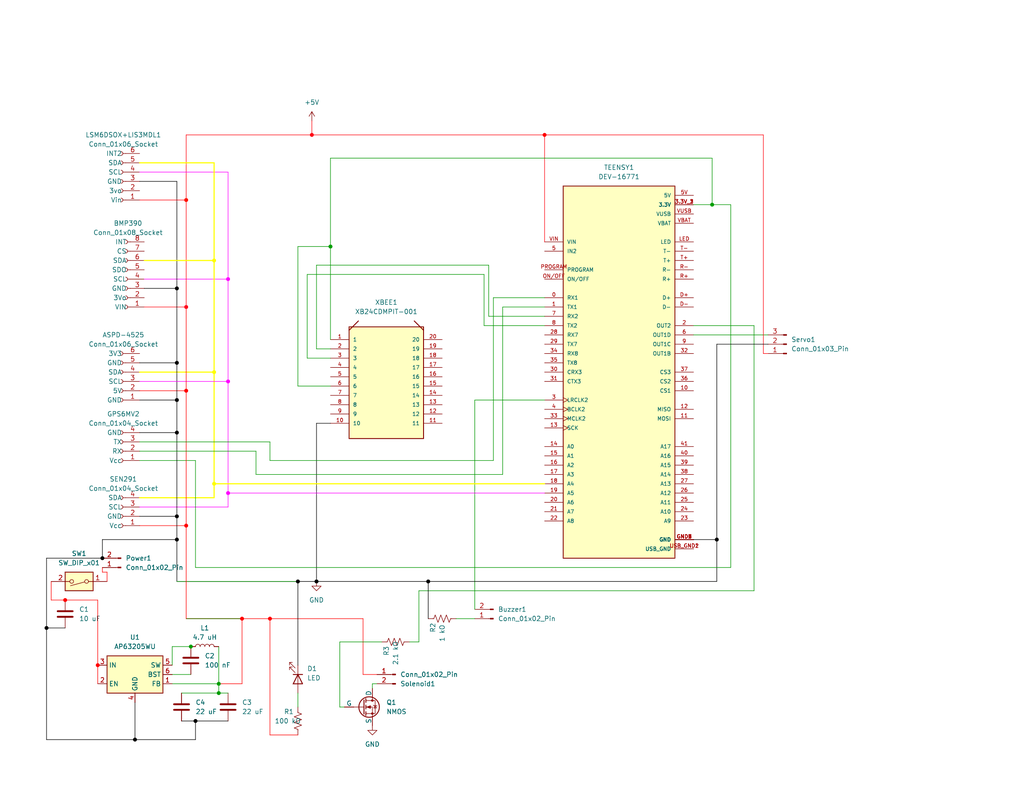
<source format=kicad_sch>
(kicad_sch (version 20230121) (generator eeschema)
  (paper "USLetter")
  (lib_symbols
    (symbol "Conn_01x04_Socket_1" (pin_names (offset 1.016))
      (property "Reference" "SEN0291" (at -0.635 -10.16 0))
      (property "Value" "Conn_01x04_Socket" (at -0.635 -7.62 0))
      (symbol "Conn_01x04_Socket_1_1_1"
        (arc (start 0 -4.572) (mid -0.5058 -5.08) (end 0 -5.588) (stroke (width 0.1524)))
        (arc (start 0 -2.032) (mid -0.5058 -2.54) (end 0 -3.048) (stroke (width 0.1524)))
        (polyline (pts (xy -1.27 -5.08) (xy -0.508 -5.08)) (stroke (width 0.1524)))
        (polyline (pts (xy -1.27 -2.54) (xy -0.508 -2.54)) (stroke (width 0.1524)))
        (polyline (pts (xy -1.27 0) (xy -0.508 0)) (stroke (width 0.1524)))
        (polyline (pts (xy -1.27 2.54) (xy -0.508 2.54)) (stroke (width 0.1524)))
        (arc (start 0 0.508) (mid -0.5058 0) (end 0 -0.508) (stroke (width 0.1524)))
        (arc (start 0 3.048) (mid -0.5058 2.54) (end 0 2.032) (stroke (width 0.1524)))
        (pin passive line (at -5.08 2.54 0) (length 3.81) (name "Vcc") (number "1"))
        (pin passive line (at -5.08 0 0) (length 3.81) (name "GND") (number "2"))
        (pin passive line (at -5.08 -2.54 0) (length 3.81) (name "SCL") (number "3"))
        (pin passive line (at -5.08 -5.08 0) (length 3.81) (name "SDA") (number "4"))
      )
    )
    (symbol "Conn_01x06_Socket_1" (pin_names (offset 1.016))
      (property "Reference" "LSM6DSOX+LIS3MDL" (at -0.635 -12.7 0))
      (property "Value" "Conn_01x06_Socket" (at -0.635 -10.16 0))
      (symbol "Conn_01x06_Socket_1_1_1"
        (arc (start 0 -7.112) (mid -0.5058 -7.62) (end 0 -8.128) (stroke (width 0.1524)))
        (arc (start 0 -4.572) (mid -0.5058 -5.08) (end 0 -5.588) (stroke (width 0.1524)))
        (arc (start 0 -2.032) (mid -0.5058 -2.54) (end 0 -3.048) (stroke (width 0.1524)))
        (polyline (pts (xy -1.27 -7.62) (xy -0.508 -7.62)) (stroke (width 0.1524)))
        (polyline (pts (xy -1.27 -5.08) (xy -0.508 -5.08)) (stroke (width 0.1524)))
        (polyline (pts (xy -1.27 -2.54) (xy -0.508 -2.54)) (stroke (width 0.1524)))
        (polyline (pts (xy -1.27 0) (xy -0.508 0)) (stroke (width 0.1524)))
        (polyline (pts (xy -1.27 2.54) (xy -0.508 2.54)) (stroke (width 0.1524)))
        (polyline (pts (xy -1.27 5.08) (xy -0.508 5.08)) (stroke (width 0.1524)))
        (arc (start 0 0.508) (mid -0.5058 0) (end 0 -0.508) (stroke (width 0.1524)))
        (arc (start 0 3.048) (mid -0.5058 2.54) (end 0 2.032) (stroke (width 0.1524)))
        (arc (start 0 5.588) (mid -0.5058 5.08) (end 0 4.572) (stroke (width 0.1524)))
        (pin passive line (at -5.08 5.08 0) (length 3.81) (name "Vin") (number "1"))
        (pin passive line (at -5.08 2.54 0) (length 3.81) (name "3vo") (number "2"))
        (pin passive line (at -5.08 0 0) (length 3.81) (name "GND") (number "3"))
        (pin passive line (at -5.08 -2.54 0) (length 3.81) (name "SCL") (number "4"))
        (pin passive line (at -5.08 -5.08 0) (length 3.81) (name "SDA") (number "5"))
        (pin passive line (at -5.08 -7.62 0) (length 3.81) (name "INT2") (number "6"))
      )
    )
    (symbol "Connector:Conn_01x02_Pin" (pin_names (offset 1.016) hide)
      (property "Reference" "J" (at 0 2.54 0))
      (property "Value" "Conn_01x02_Pin" (at 0 -5.08 0))
      (symbol "Conn_01x02_Pin_1_1"
        (polyline (pts (xy 1.27 -2.54) (xy 0.8636 -2.54)) (stroke (width 0.1524)))
        (polyline (pts (xy 1.27 0) (xy 0.8636 0)) (stroke (width 0.1524)))
        (rectangle (start 0.8636 -2.413) (end 0 -2.667) (stroke (width 0.1524)) (fill (type outline)))
        (rectangle (start 0.8636 0.127) (end 0 -0.127) (stroke (width 0.1524)) (fill (type outline)))
        (pin passive line (at 5.08 0 180) (length 3.81) (name "Pin_1") (number "1"))
        (pin passive line (at 5.08 -2.54 180) (length 3.81) (name "Pin_2") (number "2"))
      )
    )
    (symbol "Connector:Conn_01x03_Pin" (pin_names (offset 1.016) hide)
      (property "Reference" "J" (at 0 5.08 0))
      (property "Value" "Conn_01x03_Pin" (at 0 -5.08 0))
      (symbol "Conn_01x03_Pin_1_1"
        (polyline (pts (xy 1.27 -2.54) (xy 0.8636 -2.54)) (stroke (width 0.1524)))
        (polyline (pts (xy 1.27 0) (xy 0.8636 0)) (stroke (width 0.1524)))
        (polyline (pts (xy 1.27 2.54) (xy 0.8636 2.54)) (stroke (width 0.1524)))
        (rectangle (start 0.8636 -2.413) (end 0 -2.667) (stroke (width 0.1524)) (fill (type outline)))
        (rectangle (start 0.8636 0.127) (end 0 -0.127) (stroke (width 0.1524)) (fill (type outline)))
        (rectangle (start 0.8636 2.667) (end 0 2.413) (stroke (width 0.1524)) (fill (type outline)))
        (pin passive line (at 5.08 2.54 180) (length 3.81) (name "Pin_1") (number "1"))
        (pin passive line (at 5.08 0 180) (length 3.81) (name "Pin_2") (number "2"))
        (pin passive line (at 5.08 -2.54 180) (length 3.81) (name "Pin_3") (number "3"))
      )
    )
    (symbol "Connector:Conn_01x04_Socket" (pin_names (offset 1.016))
      (property "Reference" "GPS6MV2" (at -0.635 -10.16 0))
      (property "Value" "Conn_01x04_Socket" (at -0.635 -7.62 0))
      (symbol "Conn_01x04_Socket_1_1"
        (arc (start 0 -4.572) (mid -0.5058 -5.08) (end 0 -5.588) (stroke (width 0.1524)))
        (arc (start 0 -2.032) (mid -0.5058 -2.54) (end 0 -3.048) (stroke (width 0.1524)))
        (polyline (pts (xy -1.27 -5.08) (xy -0.508 -5.08)) (stroke (width 0.1524)))
        (polyline (pts (xy -1.27 -2.54) (xy -0.508 -2.54)) (stroke (width 0.1524)))
        (polyline (pts (xy -1.27 0) (xy -0.508 0)) (stroke (width 0.1524)))
        (polyline (pts (xy -1.27 2.54) (xy -0.508 2.54)) (stroke (width 0.1524)))
        (arc (start 0 0.508) (mid -0.5058 0) (end 0 -0.508) (stroke (width 0.1524)))
        (arc (start 0 3.048) (mid -0.5058 2.54) (end 0 2.032) (stroke (width 0.1524)))
        (pin passive line (at -5.08 2.54 0) (length 3.81) (name "Vcc") (number "1"))
        (pin passive line (at -5.08 0 0) (length 3.81) (name "RX") (number "2"))
        (pin passive line (at -5.08 -2.54 0) (length 3.81) (name "TX") (number "3"))
        (pin passive line (at -5.08 -5.08 0) (length 3.81) (name "GND") (number "4"))
      )
    )
    (symbol "Connector:Conn_01x06_Socket" (pin_names (offset 1.016))
      (property "Reference" "ASPD-4525" (at -0.635 -12.7 0))
      (property "Value" "Conn_01x06_Socket" (at -0.635 -10.16 0))
      (symbol "Conn_01x06_Socket_1_1"
        (arc (start 0 -7.112) (mid -0.5058 -7.62) (end 0 -8.128) (stroke (width 0.1524)))
        (arc (start 0 -4.572) (mid -0.5058 -5.08) (end 0 -5.588) (stroke (width 0.1524)))
        (arc (start 0 -2.032) (mid -0.5058 -2.54) (end 0 -3.048) (stroke (width 0.1524)))
        (polyline (pts (xy -1.27 -7.62) (xy -0.508 -7.62)) (stroke (width 0.1524)))
        (polyline (pts (xy -1.27 -5.08) (xy -0.508 -5.08)) (stroke (width 0.1524)))
        (polyline (pts (xy -1.27 -2.54) (xy -0.508 -2.54)) (stroke (width 0.1524)))
        (polyline (pts (xy -1.27 0) (xy -0.508 0)) (stroke (width 0.1524)))
        (polyline (pts (xy -1.27 2.54) (xy -0.508 2.54)) (stroke (width 0.1524)))
        (polyline (pts (xy -1.27 5.08) (xy -0.508 5.08)) (stroke (width 0.1524)))
        (arc (start 0 0.508) (mid -0.5058 0) (end 0 -0.508) (stroke (width 0.1524)))
        (arc (start 0 3.048) (mid -0.5058 2.54) (end 0 2.032) (stroke (width 0.1524)))
        (arc (start 0 5.588) (mid -0.5058 5.08) (end 0 4.572) (stroke (width 0.1524)))
        (pin passive line (at -5.08 5.08 0) (length 3.81) (name "GND") (number "1"))
        (pin passive line (at -5.08 2.54 0) (length 3.81) (name "5V") (number "2"))
        (pin passive line (at -5.08 0 0) (length 3.81) (name "SCL") (number "3"))
        (pin passive line (at -5.08 -2.54 0) (length 3.81) (name "SDA") (number "4"))
        (pin passive line (at -5.08 -5.08 0) (length 3.81) (name "GND") (number "5"))
        (pin passive line (at -5.08 -7.62 0) (length 3.81) (name "3V3") (number "6"))
      )
    )
    (symbol "Connector:Conn_01x08_Socket" (pin_names (offset 1.016))
      (property "Reference" "BMP390" (at -0.635 -15.24 0))
      (property "Value" "Conn_01x08_Socket" (at -0.635 -12.7 0))
      (symbol "Conn_01x08_Socket_1_1"
        (arc (start 0 -9.652) (mid -0.5058 -10.16) (end 0 -10.668) (stroke (width 0.1524)))
        (arc (start 0 -7.112) (mid -0.5058 -7.62) (end 0 -8.128) (stroke (width 0.1524)))
        (arc (start 0 -4.572) (mid -0.5058 -5.08) (end 0 -5.588) (stroke (width 0.1524)))
        (arc (start 0 -2.032) (mid -0.5058 -2.54) (end 0 -3.048) (stroke (width 0.1524)))
        (polyline (pts (xy -1.27 -10.16) (xy -0.508 -10.16)) (stroke (width 0.1524)))
        (polyline (pts (xy -1.27 -7.62) (xy -0.508 -7.62)) (stroke (width 0.1524)))
        (polyline (pts (xy -1.27 -5.08) (xy -0.508 -5.08)) (stroke (width 0.1524)))
        (polyline (pts (xy -1.27 -2.54) (xy -0.508 -2.54)) (stroke (width 0.1524)))
        (polyline (pts (xy -1.27 0) (xy -0.508 0)) (stroke (width 0.1524)))
        (polyline (pts (xy -1.27 2.54) (xy -0.508 2.54)) (stroke (width 0.1524)))
        (polyline (pts (xy -1.27 5.08) (xy -0.508 5.08)) (stroke (width 0.1524)))
        (polyline (pts (xy -1.27 7.62) (xy -0.508 7.62)) (stroke (width 0.1524)))
        (arc (start 0 0.508) (mid -0.5058 0) (end 0 -0.508) (stroke (width 0.1524)))
        (arc (start 0 3.048) (mid -0.5058 2.54) (end 0 2.032) (stroke (width 0.1524)))
        (arc (start 0 5.588) (mid -0.5058 5.08) (end 0 4.572) (stroke (width 0.1524)))
        (arc (start 0 8.128) (mid -0.5058 7.62) (end 0 7.112) (stroke (width 0.1524)))
        (pin passive line (at -5.08 7.62 0) (length 3.81) (name "VIN") (number "1"))
        (pin passive line (at -5.08 5.08 0) (length 3.81) (name "3Vo") (number "2"))
        (pin passive line (at -5.08 2.54 0) (length 3.81) (name "GND") (number "3"))
        (pin passive line (at -5.08 0 0) (length 3.81) (name "SCL") (number "4"))
        (pin passive line (at -5.08 -2.54 0) (length 3.81) (name "SDO") (number "5"))
        (pin passive line (at -5.08 -5.08 0) (length 3.81) (name "SDA") (number "6"))
        (pin passive line (at -5.08 -7.62 0) (length 3.81) (name "CS") (number "7"))
        (pin passive line (at -5.08 -10.16 0) (length 3.81) (name "INT") (number "8"))
      )
    )
    (symbol "DEV-16771:DEV-16771" (pin_names (offset 1.016))
      (property "Reference" "U" (at -15.24 52.07 0))
      (property "Value" "DEV-16771" (at -15.24 -53.34 0))
      (symbol "DEV-16771_0_0"
        (rectangle (start -15.24 -50.8) (end 15.24 50.8) (stroke (width 0.254)) (fill (type background)))
        (pin bidirectional line (at -20.32 20.32 0) (length 5.08) (name "RX1") (number "0"))
        (pin bidirectional line (at -20.32 17.78 0) (length 5.08) (name "TX1") (number "1"))
        (pin bidirectional line (at 20.32 -5.08 180) (length 5.08) (name "CS1") (number "10"))
        (pin bidirectional line (at 20.32 -12.7 180) (length 5.08) (name "MOSI") (number "11"))
        (pin bidirectional line (at 20.32 -10.16 180) (length 5.08) (name "MISO") (number "12"))
        (pin bidirectional clock (at -20.32 -15.24 0) (length 5.08) (name "SCK") (number "13"))
        (pin bidirectional line (at -20.32 -20.32 0) (length 5.08) (name "A0") (number "14"))
        (pin bidirectional line (at -20.32 -22.86 0) (length 5.08) (name "A1") (number "15"))
        (pin bidirectional line (at -20.32 -25.4 0) (length 5.08) (name "A2") (number "16"))
        (pin bidirectional line (at -20.32 -27.94 0) (length 5.08) (name "A3") (number "17"))
        (pin bidirectional line (at -20.32 -30.48 0) (length 5.08) (name "A4") (number "18"))
        (pin bidirectional line (at -20.32 -33.02 0) (length 5.08) (name "A5") (number "19"))
        (pin output line (at 20.32 12.7 180) (length 5.08) (name "OUT2") (number "2"))
        (pin bidirectional line (at -20.32 -35.56 0) (length 5.08) (name "A6") (number "20"))
        (pin bidirectional line (at -20.32 -38.1 0) (length 5.08) (name "A7") (number "21"))
        (pin bidirectional line (at -20.32 -40.64 0) (length 5.08) (name "A8") (number "22"))
        (pin bidirectional line (at 20.32 -40.64 180) (length 5.08) (name "A9") (number "23"))
        (pin bidirectional line (at 20.32 -38.1 180) (length 5.08) (name "A10") (number "24"))
        (pin bidirectional line (at 20.32 -35.56 180) (length 5.08) (name "A11") (number "25"))
        (pin bidirectional line (at 20.32 -33.02 180) (length 5.08) (name "A12") (number "26"))
        (pin bidirectional line (at 20.32 -30.48 180) (length 5.08) (name "A13") (number "27"))
        (pin bidirectional line (at -20.32 10.16 0) (length 5.08) (name "RX7") (number "28"))
        (pin bidirectional line (at -20.32 7.62 0) (length 5.08) (name "TX7") (number "29"))
        (pin bidirectional clock (at -20.32 -7.62 0) (length 5.08) (name "LRCLK2") (number "3"))
        (pin power_in line (at 20.32 45.72 180) (length 5.08) (name "3.3V") (number "3.3V_1"))
        (pin power_in line (at 20.32 45.72 180) (length 5.08) (name "3.3V") (number "3.3V_2"))
        (pin power_in line (at 20.32 45.72 180) (length 5.08) (name "3.3V") (number "3.3V_3"))
        (pin bidirectional line (at -20.32 0 0) (length 5.08) (name "CRX3") (number "30"))
        (pin bidirectional line (at -20.32 -2.54 0) (length 5.08) (name "CTX3") (number "31"))
        (pin output line (at 20.32 5.08 180) (length 5.08) (name "OUT1B") (number "32"))
        (pin bidirectional clock (at -20.32 -12.7 0) (length 5.08) (name "MCLK2") (number "33"))
        (pin bidirectional line (at -20.32 5.08 0) (length 5.08) (name "RX8") (number "34"))
        (pin bidirectional line (at -20.32 2.54 0) (length 5.08) (name "TX8") (number "35"))
        (pin bidirectional line (at 20.32 -2.54 180) (length 5.08) (name "CS2") (number "36"))
        (pin bidirectional line (at 20.32 0 180) (length 5.08) (name "CS3") (number "37"))
        (pin bidirectional line (at 20.32 -27.94 180) (length 5.08) (name "A14") (number "38"))
        (pin bidirectional line (at 20.32 -25.4 180) (length 5.08) (name "A15") (number "39"))
        (pin bidirectional clock (at -20.32 -10.16 0) (length 5.08) (name "BCLK2") (number "4"))
        (pin bidirectional line (at 20.32 -22.86 180) (length 5.08) (name "A16") (number "40"))
        (pin bidirectional line (at 20.32 -20.32 180) (length 5.08) (name "A17") (number "41"))
        (pin bidirectional line (at -20.32 33.02 0) (length 5.08) (name "IN2") (number "5"))
        (pin power_in line (at 20.32 48.26 180) (length 5.08) (name "5V") (number "5V"))
        (pin output line (at 20.32 10.16 180) (length 5.08) (name "OUT1D") (number "6"))
        (pin bidirectional line (at -20.32 15.24 0) (length 5.08) (name "RX2") (number "7"))
        (pin bidirectional line (at -20.32 12.7 0) (length 5.08) (name "TX2") (number "8"))
        (pin output line (at 20.32 7.62 180) (length 5.08) (name "OUT1C") (number "9"))
        (pin bidirectional line (at 20.32 20.32 180) (length 5.08) (name "D+") (number "D+"))
        (pin bidirectional line (at 20.32 17.78 180) (length 5.08) (name "D-") (number "D-"))
        (pin power_in line (at 20.32 -45.72 180) (length 5.08) (name "GND") (number "GND1"))
        (pin power_in line (at 20.32 -45.72 180) (length 5.08) (name "GND") (number "GND2"))
        (pin power_in line (at 20.32 -45.72 180) (length 5.08) (name "GND") (number "GND3"))
        (pin power_in line (at 20.32 -45.72 180) (length 5.08) (name "GND") (number "GND4"))
        (pin power_in line (at 20.32 -45.72 180) (length 5.08) (name "GND") (number "GND5"))
        (pin bidirectional line (at 20.32 35.56 180) (length 5.08) (name "LED") (number "LED"))
        (pin bidirectional line (at -20.32 25.4 0) (length 5.08) (name "ON/OFF") (number "ON/OFF"))
        (pin bidirectional line (at -20.32 27.94 0) (length 5.08) (name "PROGRAM") (number "PROGRAM"))
        (pin bidirectional line (at 20.32 25.4 180) (length 5.08) (name "R+") (number "R+"))
        (pin bidirectional line (at 20.32 27.94 180) (length 5.08) (name "R-") (number "R-"))
        (pin bidirectional line (at 20.32 30.48 180) (length 5.08) (name "T+") (number "T+"))
        (pin bidirectional line (at 20.32 33.02 180) (length 5.08) (name "T-") (number "T-"))
        (pin power_in line (at 20.32 -48.26 180) (length 5.08) (name "USB_GND") (number "USB_GND1"))
        (pin power_in line (at 20.32 -48.26 180) (length 5.08) (name "USB_GND") (number "USB_GND2"))
        (pin passive line (at 20.32 40.64 180) (length 5.08) (name "VBAT") (number "VBAT"))
        (pin input line (at -20.32 35.56 0) (length 5.08) (name "VIN") (number "VIN"))
        (pin passive line (at 20.32 43.18 180) (length 5.08) (name "VUSB") (number "VUSB"))
      )
    )
    (symbol "Device:C" (pin_numbers hide) (pin_names (offset 0.254))
      (property "Reference" "C" (at 0.635 2.54 0))
      (property "Value" "C" (at 0.635 -2.54 0))
      (symbol "C_0_1"
        (polyline (pts (xy -2.032 -0.762) (xy 2.032 -0.762)) (stroke (width 0.508)))
        (polyline (pts (xy -2.032 0.762) (xy 2.032 0.762)) (stroke (width 0.508)))
      )
      (symbol "C_1_1"
        (pin passive line (at 0 3.81 270) (length 2.794) (name "~") (number "1"))
        (pin passive line (at 0 -3.81 90) (length 2.794) (name "~") (number "2"))
      )
    )
    (symbol "Device:L" (pin_numbers hide) (pin_names (offset 1.016) hide)
      (property "Reference" "L" (at -1.27 0 90))
      (property "Value" "L" (at 1.905 0 90))
      (symbol "L_0_1"
        (arc (start 0 -2.54) (mid 0.6323 -1.905) (end 0 -1.27))
        (arc (start 0 -1.27) (mid 0.6323 -0.635) (end 0 0))
        (arc (start 0 0) (mid 0.6323 0.635) (end 0 1.27))
        (arc (start 0 1.27) (mid 0.6323 1.905) (end 0 2.54))
      )
      (symbol "L_1_1"
        (pin passive line (at 0 3.81 270) (length 1.27) (name "1") (number "1"))
        (pin passive line (at 0 -3.81 90) (length 1.27) (name "2") (number "2"))
      )
    )
    (symbol "Device:LED" (pin_numbers hide) (pin_names (offset 1.016) hide)
      (property "Reference" "D" (at 0 2.54 0))
      (property "Value" "LED" (at 0 -2.54 0))
      (symbol "LED_0_1"
        (polyline (pts (xy -1.27 -1.27) (xy -1.27 1.27)) (stroke (width 0.254)))
        (polyline (pts (xy -1.27 0) (xy 1.27 0)))
        (polyline (pts (xy 1.27 -1.27) (xy 1.27 1.27) (xy -1.27 0) (xy 1.27 -1.27)) (stroke (width 0.254)))
        (polyline (pts (xy -3.048 -0.762) (xy -4.572 -2.286) (xy -3.81 -2.286) (xy -4.572 -2.286) (xy -4.572 -1.524)))
        (polyline (pts (xy -1.778 -0.762) (xy -3.302 -2.286) (xy -2.54 -2.286) (xy -3.302 -2.286) (xy -3.302 -1.524)))
      )
      (symbol "LED_1_1"
        (pin passive line (at -3.81 0 0) (length 2.54) (name "K") (number "1"))
        (pin passive line (at 3.81 0 180) (length 2.54) (name "A") (number "2"))
      )
    )
    (symbol "Device:R_US" (pin_numbers hide) (pin_names (offset 0))
      (property "Reference" "R" (at 2.54 0 90))
      (property "Value" "R_US" (at -2.54 0 90))
      (symbol "R_US_0_1"
        (polyline (pts (xy 0 -2.286) (xy 0 -2.54)))
        (polyline (pts (xy 0 2.286) (xy 0 2.54)))
        (polyline (pts (xy 0 -0.762) (xy 1.016 -1.143) (xy 0 -1.524) (xy -1.016 -1.905) (xy 0 -2.286)))
        (polyline (pts (xy 0 0.762) (xy 1.016 0.381) (xy 0 0) (xy -1.016 -0.381) (xy 0 -0.762)))
        (polyline (pts (xy 0 2.286) (xy 1.016 1.905) (xy 0 1.524) (xy -1.016 1.143) (xy 0 0.762)))
      )
      (symbol "R_US_1_1"
        (pin passive line (at 0 3.81 270) (length 1.27) (name "~") (number "1"))
        (pin passive line (at 0 -3.81 90) (length 1.27) (name "~") (number "2"))
      )
    )
    (symbol "Regulator_Switching:AP63205WU"
      (property "Reference" "U" (at -7.62 6.35 0))
      (property "Value" "AP63205WU" (at 2.54 6.35 0))
      (symbol "AP63205WU_0_1"
        (rectangle (start -7.62 5.08) (end 7.62 -5.08) (stroke (width 0.254)) (fill (type background)))
      )
      (symbol "AP63205WU_1_1"
        (pin input line (at 10.16 -2.54 180) (length 2.54) (name "FB") (number "1"))
        (pin input line (at -10.16 -2.54 0) (length 2.54) (name "EN") (number "2"))
        (pin power_in line (at -10.16 2.54 0) (length 2.54) (name "IN") (number "3"))
        (pin power_in line (at 0 -7.62 90) (length 2.54) (name "GND") (number "4"))
        (pin output line (at 10.16 2.54 180) (length 2.54) (name "SW") (number "5"))
        (pin passive line (at 10.16 0 180) (length 2.54) (name "BST") (number "6"))
      )
    )
    (symbol "Simulation_SPICE:NMOS" (pin_numbers hide) (pin_names (offset 0))
      (property "Reference" "Q" (at 5.08 1.27 0))
      (property "Value" "NMOS" (at 5.08 -1.27 0))
      (symbol "NMOS_0_1"
        (polyline (pts (xy 0.254 0) (xy -2.54 0)))
        (polyline (pts (xy 0.254 1.905) (xy 0.254 -1.905)) (stroke (width 0.254)))
        (polyline (pts (xy 0.762 -1.27) (xy 0.762 -2.286)) (stroke (width 0.254)))
        (polyline (pts (xy 0.762 0.508) (xy 0.762 -0.508)) (stroke (width 0.254)))
        (polyline (pts (xy 0.762 2.286) (xy 0.762 1.27)) (stroke (width 0.254)))
        (polyline (pts (xy 2.54 2.54) (xy 2.54 1.778)))
        (polyline (pts (xy 2.54 -2.54) (xy 2.54 0) (xy 0.762 0)))
        (polyline (pts (xy 0.762 -1.778) (xy 3.302 -1.778) (xy 3.302 1.778) (xy 0.762 1.778)))
        (polyline (pts (xy 1.016 0) (xy 2.032 0.381) (xy 2.032 -0.381) (xy 1.016 0)) (fill (type outline)))
        (polyline (pts (xy 2.794 0.508) (xy 2.921 0.381) (xy 3.683 0.381) (xy 3.81 0.254)))
        (polyline (pts (xy 3.302 0.381) (xy 2.921 -0.254) (xy 3.683 -0.254) (xy 3.302 0.381)))
        (circle (center 1.651 0) (radius 2.794) (stroke (width 0.254)))
        (circle (center 2.54 -1.778) (radius 0.254) (fill (type outline)))
        (circle (center 2.54 1.778) (radius 0.254) (fill (type outline)))
      )
      (symbol "NMOS_1_1"
        (pin passive line (at 2.54 5.08 270) (length 2.54) (name "D") (number "1"))
        (pin input line (at -5.08 0 0) (length 2.54) (name "G") (number "2"))
        (pin passive line (at 2.54 -5.08 90) (length 2.54) (name "S") (number "3"))
      )
    )
    (symbol "Switch:SW_DIP_x01" (pin_names (offset 0) hide)
      (property "Reference" "SW" (at 0 3.81 0))
      (property "Value" "SW_DIP_x01" (at 0 -3.81 0))
      (symbol "SW_DIP_x01_0_0"
        (circle (center -2.032 0) (radius 0.508))
        (polyline (pts (xy -1.524 0.127) (xy 2.3622 1.1684)))
        (circle (center 2.032 0) (radius 0.508))
      )
      (symbol "SW_DIP_x01_0_1"
        (rectangle (start -3.81 2.54) (end 3.81 -2.54) (stroke (width 0.254)) (fill (type background)))
      )
      (symbol "SW_DIP_x01_1_1"
        (pin passive line (at -7.62 0 0) (length 5.08) (name "~") (number "1"))
        (pin passive line (at 7.62 0 180) (length 5.08) (name "~") (number "2"))
      )
    )
    (symbol "XBEE:XB24CDMPIT-001" (pin_names (offset 1.016))
      (property "Reference" "U" (at 0 0 0))
      (property "Value" "XB24CDMPIT-001" (at 0 0 0))
      (symbol "XB24CDMPIT-001_0_0"
        (rectangle (start -10.16 -16.8628) (end 10.16 13.6172) (stroke (width 0.254)) (fill (type background)))
        (polyline (pts (xy -10.16 12.7) (xy -7.62 15.24)) (stroke (width 0.254)))
        (polyline (pts (xy 7.62 15.24) (xy 10.16 12.7)) (stroke (width 0.254)))
        (pin bidirectional line (at -15.24 10.16 0) (length 5.08) (name "1") (number "1"))
        (pin bidirectional line (at -15.24 -12.7 0) (length 5.08) (name "10") (number "10"))
        (pin bidirectional line (at 15.24 -12.7 180) (length 5.08) (name "11") (number "11"))
        (pin bidirectional line (at 15.24 -10.16 180) (length 5.08) (name "12") (number "12"))
        (pin bidirectional line (at 15.24 -7.62 180) (length 5.08) (name "13") (number "13"))
        (pin bidirectional line (at 15.24 -5.08 180) (length 5.08) (name "14") (number "14"))
        (pin bidirectional line (at 15.24 -2.54 180) (length 5.08) (name "15") (number "15"))
        (pin bidirectional line (at 15.24 0 180) (length 5.08) (name "16") (number "16"))
        (pin bidirectional line (at 15.24 2.54 180) (length 5.08) (name "17") (number "17"))
        (pin bidirectional line (at 15.24 5.08 180) (length 5.08) (name "18") (number "18"))
        (pin bidirectional line (at 15.24 7.62 180) (length 5.08) (name "19") (number "19"))
        (pin bidirectional line (at -15.24 7.62 0) (length 5.08) (name "2") (number "2"))
        (pin bidirectional line (at 15.24 10.16 180) (length 5.08) (name "20") (number "20"))
        (pin bidirectional line (at -15.24 5.08 0) (length 5.08) (name "3") (number "3"))
        (pin bidirectional line (at -15.24 2.54 0) (length 5.08) (name "4") (number "4"))
        (pin bidirectional line (at -15.24 0 0) (length 5.08) (name "5") (number "5"))
        (pin bidirectional line (at -15.24 -2.54 0) (length 5.08) (name "6") (number "6"))
        (pin bidirectional line (at -15.24 -5.08 0) (length 5.08) (name "7") (number "7"))
        (pin bidirectional line (at -15.24 -7.62 0) (length 5.08) (name "8") (number "8"))
        (pin bidirectional line (at -15.24 -10.16 0) (length 5.08) (name "9") (number "9"))
      )
    )
    (symbol "power:+5V" (power) (pin_names (offset 0))
      (property "Value" "+5V" (at 0 3.556 0))
      (symbol "+5V_0_1"
        (polyline (pts (xy -0.762 1.27) (xy 0 2.54)))
        (polyline (pts (xy 0 0) (xy 0 2.54)))
        (polyline (pts (xy 0 2.54) (xy 0.762 1.27)))
      )
      (symbol "+5V_1_1"
        (pin power_in line (at 0 0 90) (length 0) hide (name "+5V") (number "1"))
      )
    )
    (symbol "power:GND" (power) (pin_names (offset 0))
      (property "Value" "GND" (at 0 -3.81 0))
      (symbol "GND_0_1"
        (polyline (pts (xy 0 0) (xy 0 -1.27) (xy 1.27 -1.27) (xy 0 -2.54) (xy -1.27 -1.27) (xy 0 -1.27)))
      )
      (symbol "GND_1_1"
        (pin power_in line (at 0 0 270) (length 0) hide (name "GND") (number "1"))
      )
    )
  )
  (junction (at 17.78 163.83) (color 255 0 0 1))
  (junction (at 81.28 158.75) (color 0 0 0 1))
  (junction (at 48.26 109.22) (color 0 0 0 1))
  (junction (at 53.34 196.85) (color 0 0 0 1))
  (junction (at 48.26 140.97) (color 0 0 0 1))
  (junction (at 48.26 147.32) (color 0 0 0 1))
  (junction (at 50.8 83.82) (color 255 5 21 1))
  (junction (at 52.07 176.53))
  (junction (at 195.58 147.32) (color 0 0 0 1))
  (junction (at 58.42 101.6) (color 255 255 0 1))
  (junction (at 66.04 168.91) (color 255 0 0 1))
  (junction (at 148.59 36.83) (color 255 0 0 1))
  (junction (at 85.09 36.83) (color 255 6 15 1))
  (junction (at 50.8 106.68) (color 255 0 0 1))
  (junction (at 27.94 152.4) (color 0 0 0 1))
  (junction (at 26.67 181.61) (color 255 0 0 1))
  (junction (at 59.69 189.23))
  (junction (at 116.84 158.75) (color 0 0 0 1))
  (junction (at 62.23 76.2) (color 255 0 255 1))
  (junction (at 58.42 132.08) (color 255 255 0 1))
  (junction (at 90.17 67.31))
  (junction (at 12.7 171.45) (color 0 0 0 1))
  (junction (at 86.36 158.75) (color 0 0 0 1))
  (junction (at 62.23 104.14) (color 255 0 255 1))
  (junction (at 59.69 186.69))
  (junction (at 48.26 78.74) (color 0 0 0 1))
  (junction (at 58.42 71.12) (color 255 255 0 1))
  (junction (at 36.83 201.93) (color 0 0 0 1))
  (junction (at 62.23 134.62) (color 255 0 255 1))
  (junction (at 50.8 143.51) (color 255 0 0 1))
  (junction (at 48.26 118.11) (color 0 0 0 1))
  (junction (at 48.26 99.06) (color 0 0 0 1))
  (junction (at 73.66 168.91) (color 255 0 0 1))
  (junction (at 50.8 54.61) (color 255 11 0 1))
  (junction (at 194.31 55.88))
  (wire (pts (xy 90.17 67.31) (xy 90.17 43.18)))
  (wire (pts (xy 38.1 143.51) (xy 50.8 143.51)) (stroke (width 0) (color 255 0 0 1)))
  (wire (pts (xy 208.28 36.83) (xy 208.28 96.52)) (stroke (width 0) (color 255 6 15 1)))
  (wire (pts (xy 148.59 86.36) (xy 133.35 86.36)))
  (wire (pts (xy 12.7 152.4) (xy 27.94 152.4)) (stroke (width 0) (color 0 0 0 1)))
  (wire (pts (xy 137.16 129.54) (xy 69.85 129.54)))
  (wire (pts (xy 86.36 158.75) (xy 116.84 158.75)) (stroke (width 0) (color 0 0 0 1)))
  (wire (pts (xy 85.09 36.83) (xy 148.59 36.83)) (stroke (width 0) (color 255 6 15 1)))
  (wire (pts (xy 50.8 36.83) (xy 85.09 36.83)) (stroke (width 0) (color 255 6 15 1)))
  (wire (pts (xy 53.34 196.85) (xy 53.34 201.93)) (stroke (width 0) (color 0 0 0 1)))
  (wire (pts (xy 38.1 109.22) (xy 48.26 109.22)) (stroke (width 0) (color 0 0 0 1)))
  (wire (pts (xy 36.83 191.77) (xy 36.83 201.93)) (stroke (width 0) (color 0 0 0 1)))
  (wire (pts (xy 195.58 147.32) (xy 195.58 93.98)) (stroke (width 0) (color 0 0 0 1)))
  (wire (pts (xy 58.42 132.08) (xy 58.42 135.89)) (stroke (width 0.3) (color 255 255 0 1)))
  (wire (pts (xy 111.76 175.26) (xy 114.3 175.26)))
  (wire (pts (xy 148.59 36.83) (xy 208.28 36.83)) (stroke (width 0) (color 255 6 15 1)))
  (wire (pts (xy 38.1 101.6) (xy 58.42 101.6)) (stroke (width 0.3) (color 255 255 0 1)))
  (wire (pts (xy 134.62 125.73) (xy 73.66 125.73)))
  (wire (pts (xy 62.23 134.62) (xy 148.59 134.62)) (stroke (width 0) (color 255 0 255 1)))
  (wire (pts (xy 116.84 158.75) (xy 195.58 158.75)) (stroke (width 0) (color 0 0 0 1)))
  (wire (pts (xy 66.04 168.91) (xy 66.04 186.69)) (stroke (width 0) (color 255 0 0 1)))
  (wire (pts (xy 58.42 101.6) (xy 58.42 132.08)) (stroke (width 0.3) (color 255 255 0 1)))
  (wire (pts (xy 13.97 158.75) (xy 13.97 163.83)) (stroke (width 0) (color 255 0 0 1)))
  (wire (pts (xy 48.26 147.32) (xy 48.26 158.75)) (stroke (width 0) (color 0 0 0 1)))
  (wire (pts (xy 73.66 120.65) (xy 38.1 120.65)))
  (wire (pts (xy 13.97 163.83) (xy 17.78 163.83)) (stroke (width 0) (color 255 0 0 1)))
  (wire (pts (xy 62.23 134.62) (xy 62.23 138.43)) (stroke (width 0) (color 255 0 255 1)))
  (wire (pts (xy 102.87 186.69) (xy 101.6 186.69)))
  (wire (pts (xy 50.8 106.68) (xy 50.8 143.51)) (stroke (width 0) (color 255 0 0 1)))
  (wire (pts (xy 66.04 168.91) (xy 50.8 168.91)) (stroke (width 0) (color 255 0 0 1)))
  (wire (pts (xy 83.82 97.79) (xy 83.82 74.93)))
  (wire (pts (xy 62.23 76.2) (xy 62.23 104.14)) (stroke (width 0) (color 255 0 255 1)))
  (wire (pts (xy 62.23 189.23) (xy 59.69 189.23)))
  (wire (pts (xy 208.28 96.52) (xy 209.55 96.52)) (stroke (width 0) (color 255 6 15 1)))
  (wire (pts (xy 66.04 168.91) (xy 50.8 168.91)))
  (wire (pts (xy 116.84 158.75) (xy 116.84 168.91)) (stroke (width 0) (color 0 0 0 1)))
  (wire (pts (xy 53.34 196.85) (xy 62.23 196.85)) (stroke (width 0) (color 0 0 0 1)))
  (wire (pts (xy 90.17 105.41) (xy 81.28 105.41)))
  (wire (pts (xy 195.58 93.98) (xy 209.55 93.98)) (stroke (width 0) (color 0 0 0 1)))
  (wire (pts (xy 92.71 175.26) (xy 92.71 193.04)))
  (wire (pts (xy 137.16 83.82) (xy 148.59 83.82)))
  (wire (pts (xy 48.26 118.11) (xy 48.26 140.97)) (stroke (width 0) (color 0 0 0 1)))
  (wire (pts (xy 101.6 186.69) (xy 101.6 187.96)))
  (wire (pts (xy 86.36 95.25) (xy 90.17 95.25)))
  (wire (pts (xy 90.17 43.18) (xy 194.31 43.18)))
  (wire (pts (xy 48.26 109.22) (xy 48.26 118.11)) (stroke (width 0) (color 0 0 0 1)))
  (wire (pts (xy 38.1 99.06) (xy 48.26 99.06)) (stroke (width 0) (color 0 0 0 1)))
  (wire (pts (xy 53.34 154.94) (xy 199.39 154.94)))
  (wire (pts (xy 38.1 140.97) (xy 48.26 140.97)) (stroke (width 0) (color 0 0 0 1)))
  (wire (pts (xy 129.54 109.22) (xy 148.59 109.22)))
  (wire (pts (xy 49.53 196.85) (xy 53.34 196.85)) (stroke (width 0) (color 0 0 0 1)))
  (wire (pts (xy 46.99 184.15) (xy 52.07 184.15)))
  (wire (pts (xy 48.26 99.06) (xy 48.26 109.22)) (stroke (width 0) (color 0 0 0 1)))
  (wire (pts (xy 194.31 43.18) (xy 194.31 55.88)))
  (wire (pts (xy 38.1 104.14) (xy 62.23 104.14)) (stroke (width 0) (color 255 0 255 1)))
  (wire (pts (xy 114.3 161.29) (xy 205.74 161.29)))
  (wire (pts (xy 124.46 168.91) (xy 129.54 168.91)))
  (wire (pts (xy 132.08 88.9) (xy 148.59 88.9)))
  (wire (pts (xy 134.62 81.28) (xy 134.62 125.73)))
  (wire (pts (xy 199.39 154.94) (xy 199.39 55.88)))
  (wire (pts (xy 81.28 189.23) (xy 81.28 193.04)))
  (wire (pts (xy 38.1 44.45) (xy 58.42 44.45)) (stroke (width 0.3) (color 255 255 0 1)))
  (wire (pts (xy 50.8 106.68) (xy 38.1 106.68)) (stroke (width 0) (color 255 0 0 1)))
  (wire (pts (xy 17.78 163.83) (xy 26.67 163.83)) (stroke (width 0) (color 255 0 0 1)))
  (wire (pts (xy 50.8 36.83) (xy 50.8 54.61)) (stroke (width 0) (color 255 6 15 1)))
  (wire (pts (xy 46.99 181.61) (xy 46.99 176.53)))
  (wire (pts (xy 26.67 181.61) (xy 26.67 186.69)) (stroke (width 0) (color 255 0 0 1)))
  (wire (pts (xy 27.94 147.32) (xy 27.94 152.4)) (stroke (width 0) (color 0 0 0 1)))
  (wire (pts (xy 73.66 168.91) (xy 73.66 200.66)) (stroke (width 0) (color 255 0 0 1)))
  (wire (pts (xy 194.31 55.88) (xy 189.23 55.88)))
  (wire (pts (xy 38.1 125.73) (xy 53.34 125.73)))
  (wire (pts (xy 46.99 176.53) (xy 52.07 176.53)))
  (wire (pts (xy 49.53 189.23) (xy 59.69 189.23)))
  (wire (pts (xy 58.42 135.89) (xy 38.1 135.89)) (stroke (width 0.3) (color 255 255 0 1)))
  (wire (pts (xy 62.23 46.99) (xy 62.23 76.2)) (stroke (width 0) (color 255 0 255 1)))
  (wire (pts (xy 48.26 49.53) (xy 48.26 78.74)) (stroke (width 0) (color 0 0 0 1)))
  (wire (pts (xy 73.66 125.73) (xy 73.66 120.65)))
  (wire (pts (xy 48.26 147.32) (xy 27.94 147.32)) (stroke (width 0) (color 0 0 0 1)))
  (wire (pts (xy 69.85 129.54) (xy 69.85 123.19)))
  (wire (pts (xy 195.58 147.32) (xy 189.23 147.32)) (stroke (width 0) (color 0 0 0 1)))
  (wire (pts (xy 58.42 132.08) (xy 148.59 132.08)) (stroke (width 0.3) (color 255 255 0 1)))
  (wire (pts (xy 50.8 54.61) (xy 50.8 83.82)) (stroke (width 0) (color 255 6 15 1)))
  (wire (pts (xy 90.17 115.57) (xy 86.36 115.57)) (stroke (width 0) (color 0 0 0 1)))
  (wire (pts (xy 48.26 140.97) (xy 48.26 147.32)) (stroke (width 0) (color 0 0 0 1)))
  (wire (pts (xy 36.83 201.93) (xy 12.7 201.93)) (stroke (width 0) (color 0 0 0 1)))
  (wire (pts (xy 38.1 46.99) (xy 62.23 46.99)) (stroke (width 0) (color 255 0 255 1)))
  (wire (pts (xy 81.28 158.75) (xy 86.36 158.75)) (stroke (width 0) (color 0 0 0 1)))
  (wire (pts (xy 27.94 156.21) (xy 29.21 156.21)) (stroke (width 0) (color 255 0 0 1)))
  (wire (pts (xy 102.87 184.15) (xy 99.06 184.15)) (stroke (width 0) (color 255 0 0 1)))
  (wire (pts (xy 99.06 184.15) (xy 99.06 168.91)) (stroke (width 0) (color 255 0 0 1)))
  (wire (pts (xy 199.39 55.88) (xy 194.31 55.88)))
  (wire (pts (xy 195.58 158.75) (xy 195.58 147.32)) (stroke (width 0) (color 0 0 0 1)))
  (wire (pts (xy 81.28 67.31) (xy 90.17 67.31)))
  (wire (pts (xy 39.37 71.12) (xy 58.42 71.12)) (stroke (width 0.3) (color 255 255 0 1)))
  (wire (pts (xy 189.23 91.44) (xy 209.55 91.44)))
  (wire (pts (xy 50.8 83.82) (xy 50.8 106.68)) (stroke (width 0) (color 255 0 0 1)))
  (wire (pts (xy 12.7 171.45) (xy 12.7 201.93)) (stroke (width 0) (color 0 0 0 1)))
  (wire (pts (xy 90.17 97.79) (xy 83.82 97.79)))
  (wire (pts (xy 53.34 201.93) (xy 36.83 201.93)) (stroke (width 0) (color 0 0 0 1)))
  (wire (pts (xy 92.71 193.04) (xy 93.98 193.04)))
  (wire (pts (xy 81.28 158.75) (xy 81.28 181.61)) (stroke (width 0) (color 0 0 0 1)))
  (wire (pts (xy 66.04 186.69) (xy 59.69 186.69)) (stroke (width 0) (color 255 0 0 1)))
  (wire (pts (xy 27.94 154.94) (xy 27.94 156.21)) (stroke (width 0) (color 255 0 0 1)))
  (wire (pts (xy 38.1 49.53) (xy 48.26 49.53)) (stroke (width 0) (color 0 0 0 1)))
  (wire (pts (xy 26.67 163.83) (xy 26.67 181.61)) (stroke (width 0) (color 255 0 0 1)))
  (wire (pts (xy 134.62 81.28) (xy 148.59 81.28)))
  (wire (pts (xy 85.09 33.02) (xy 85.09 36.83)) (stroke (width 0) (color 255 6 15 1)))
  (wire (pts (xy 81.28 105.41) (xy 81.28 67.31)))
  (wire (pts (xy 29.21 156.21) (xy 29.21 158.75)) (stroke (width 0) (color 255 0 0 1)))
  (wire (pts (xy 62.23 104.14) (xy 62.23 134.62)) (stroke (width 0) (color 255 0 255 1)))
  (wire (pts (xy 62.23 138.43) (xy 38.1 138.43)) (stroke (width 0) (color 255 0 255 1)))
  (wire (pts (xy 58.42 44.45) (xy 58.42 71.12)) (stroke (width 0.3) (color 255 255 0 1)))
  (wire (pts (xy 205.74 161.29) (xy 205.74 88.9)))
  (wire (pts (xy 133.35 86.36) (xy 133.35 72.39)))
  (wire (pts (xy 132.08 74.93) (xy 132.08 88.9)))
  (wire (pts (xy 114.3 175.26) (xy 114.3 161.29)))
  (wire (pts (xy 137.16 83.82) (xy 137.16 129.54)))
  (wire (pts (xy 148.59 36.83) (xy 148.59 66.04)) (stroke (width 0) (color 255 6 15 1)))
  (wire (pts (xy 39.37 76.2) (xy 62.23 76.2)) (stroke (width 0) (color 255 0 255 1)))
  (wire (pts (xy 99.06 168.91) (xy 73.66 168.91)) (stroke (width 0) (color 255 0 0 1)))
  (wire (pts (xy 58.42 71.12) (xy 58.42 101.6)) (stroke (width 0.3) (color 255 255 0 1)))
  (wire (pts (xy 129.54 166.37) (xy 129.54 109.22)))
  (wire (pts (xy 38.1 54.61) (xy 50.8 54.61)) (stroke (width 0) (color 255 6 15 1)))
  (wire (pts (xy 59.69 186.69) (xy 59.69 176.53)))
  (wire (pts (xy 86.36 72.39) (xy 86.36 95.25)))
  (wire (pts (xy 90.17 92.71) (xy 90.17 67.31)))
  (wire (pts (xy 73.66 168.91) (xy 66.04 168.91)) (stroke (width 0) (color 255 0 0 1)))
  (wire (pts (xy 81.28 158.75) (xy 48.26 158.75)) (stroke (width 0) (color 0 0 0 1)))
  (wire (pts (xy 73.66 200.66) (xy 81.28 200.66)) (stroke (width 0) (color 255 0 0 1)))
  (wire (pts (xy 53.34 125.73) (xy 53.34 154.94)))
  (wire (pts (xy 69.85 123.19) (xy 38.1 123.19)))
  (wire (pts (xy 50.8 83.82) (xy 39.37 83.82)) (stroke (width 0) (color 255 6 15 1)))
  (wire (pts (xy 48.26 158.75) (xy 81.28 158.75)))
  (wire (pts (xy 133.35 72.39) (xy 86.36 72.39)))
  (wire (pts (xy 59.69 186.69) (xy 59.69 189.23)))
  (wire (pts (xy 205.74 88.9) (xy 189.23 88.9)))
  (wire (pts (xy 86.36 115.57) (xy 86.36 158.75)) (stroke (width 0) (color 0 0 0 1)))
  (wire (pts (xy 83.82 74.93) (xy 132.08 74.93)))
  (wire (pts (xy 12.7 171.45) (xy 17.78 171.45)) (stroke (width 0) (color 0 0 0 1)))
  (wire (pts (xy 50.8 143.51) (xy 50.8 168.91)) (stroke (width 0) (color 255 0 0 1)))
  (wire (pts (xy 104.14 175.26) (xy 92.71 175.26)))
  (wire (pts (xy 46.99 186.69) (xy 59.69 186.69)))
  (wire (pts (xy 38.1 118.11) (xy 48.26 118.11)) (stroke (width 0) (color 0 0 0 1)))
  (wire (pts (xy 48.26 78.74) (xy 48.26 99.06)) (stroke (width 0) (color 0 0 0 1)))
  (wire (pts (xy 39.37 78.74) (xy 48.26 78.74)) (stroke (width 0) (color 0 0 0 1)))
  (wire (pts (xy 12.7 152.4) (xy 12.7 171.45)) (stroke (width 0) (color 0 0 0 1)))
  (symbol (lib_id "Connector:Conn_01x02_Pin") (at 134.62 168.91 180) (unit 1)
    (property "Reference" "Buzzer1" (at 135.89 166.37 0) (effects (justify right)))
    (property "Value" "Conn_01x02_Pin" (at 135.89 168.91 0) (effects (justify right)))
    (property "Footprint" "Connector_PinHeader_2.54mm:PinHeader_1x02_P2.54mm_Vertical" (effects hide))
  )
  (symbol (lib_id "Device:C") (at 17.78 167.64 0) (unit 1)
    (property "Reference" "C1" (at 21.59 166.37 0) (effects (justify left)))
    (property "Value" "10 uF" (at 21.59 168.91 0) (effects (justify left)))
    (property "Footprint" "Capacitor_SMD:C_1206_3216Metric_Pad1.33x1.80mm_HandSolder" (effects hide))
  )
  (symbol (lib_name "Conn_01x04_Socket_1") (lib_id "Connector:Conn_01x04_Socket") (at 33.02 140.97 180) (unit 1)
    (property "Reference" "SEN291" (at 33.655 130.81 0))
    (property "Value" "Conn_01x04_Socket" (at 33.655 133.35 0))
    (property "Footprint" "Connector_PinSocket_2.54mm:PinSocket_1x04_P2.54mm_Vertical" (effects hide))
  )
  (symbol (lib_id "power:GND") (at 86.36 158.75 0) (unit 1)
    (property "Reference" "#PWR01" (effects hide))
    (property "Value" "GND" (at 86.36 163.83 0))
  )
  (symbol (lib_id "Device:LED") (at 81.28 185.42 270) (unit 1)
    (property "Reference" "D1" (at 83.82 182.5625 90) (effects (justify left)))
    (property "Value" "LED" (at 83.82 185.1025 90) (effects (justify left)))
    (property "Footprint" "Connector_PinSocket_2.54mm:PinSocket_1x02_P2.54mm_Vertical" (effects hide))
  )
  (symbol (lib_id "DEV-16771:DEV-16771") (at 168.91 101.6 0) (unit 1)
    (property "Reference" "TEENSY1" (at 168.91 45.72 0))
    (property "Value" "DEV-16771" (at 168.91 48.26 0))
    (property "Footprint" "DEV-16771:MODULE_DEV-16771" (effects hide))
    (property "MF" "SparkFun Electronics" (effects hide))
    (property "MAXIMUM_PACKAGE_HEIGHT" "4.07mm" (effects hide))
    (property "Package" "None" (effects hide))
    (property "Price" "None" (effects hide))
    (property "Check_prices" "https://www.snapeda.com/parts/DEV-16771/SparkFun+Electronics/view-part/?ref=eda" (effects hide))
    (property "STANDARD" "Manufacturer recommendations" (effects hide))
    (property "PARTREV" "4.1" (effects hide))
    (property "SnapEDA_Link" "https://www.snapeda.com/parts/DEV-16771/SparkFun+Electronics/view-part/?ref=snap" (effects hide))
    (property "MP" "DEV-16771" (effects hide))
    (property "Purchase-URL" "https://www.snapeda.com/api/url_track_click_mouser/?unipart_id=4833875&manufacturer=SparkFun Electronics&part_name=DEV-16771&search_term=teensy" (effects hide))
    (property "Description" "\nRT1062 Teensy 4.1 series ARM® Cortex®-M7 MPU Embedded Evaluation Board\n" (effects hide))
    (property "Availability" "In Stock" (effects hide))
    (property "MANUFACTURER" "SparkFun Electronics" (effects hide))
  )
  (symbol (lib_id "power:+5V") (at 85.09 33.02 0) (unit 1)
    (property "Reference" "#PWR02" (effects hide))
    (property "Value" "+5V" (at 85.09 27.94 0))
  )
  (symbol (lib_name "Conn_01x06_Socket_1") (lib_id "Connector:Conn_01x06_Socket") (at 33.02 49.53 180) (unit 1)
    (property "Reference" "LSM6DSOX+LIS3MDL1" (at 33.655 36.83 0))
    (property "Value" "Conn_01x06_Socket" (at 33.655 39.37 0))
    (property "Footprint" "Connector_PinSocket_2.54mm:PinSocket_1x06_P2.54mm_Vertical" (effects hide))
  )
  (symbol (lib_id "Device:L") (at 55.88 176.53 90) (unit 1)
    (property "Reference" "L1" (at 55.88 171.45 90))
    (property "Value" "4.7 uH" (at 55.88 173.99 90))
    (property "Footprint" "Inductor_SMD:L_1008_2520Metric_Pad1.43x2.20mm_HandSolder" (effects hide))
  )
  (symbol (lib_id "Connector:Conn_01x02_Pin") (at 33.02 154.94 180) (unit 1)
    (property "Reference" "Power1" (at 34.29 152.4 0) (effects (justify right)))
    (property "Value" "Conn_01x02_Pin" (at 34.29 154.94 0) (effects (justify right)))
    (property "Footprint" "Connector_PinSocket_2.54mm:PinSocket_1x02_P2.54mm_Vertical" (effects hide))
  )
  (symbol (lib_id "Device:C") (at 49.53 193.04 180) (unit 1)
    (property "Reference" "C4" (at 53.34 191.77 0) (effects (justify right)))
    (property "Value" "22 uF" (at 53.34 194.31 0) (effects (justify right)))
    (property "Footprint" "Capacitor_SMD:C_0603_1608Metric_Pad1.08x0.95mm_HandSolder" (effects hide))
  )
  (symbol (lib_id "Device:R_US") (at 107.95 175.26 90) (unit 1)
    (property "Reference" "R3" (at 105.41 179.07 0) (effects (justify left)))
    (property "Value" "2.1 kO" (at 107.95 181.61 0) (effects (justify left)))
    (property "Footprint" "Resistor_SMD:R_0603_1608Metric_Pad0.98x0.95mm_HandSolder" (effects hide))
  )
  (symbol (lib_id "Connector:Conn_01x08_Socket") (at 34.29 76.2 180) (unit 1)
    (property "Reference" "BMP390" (at 34.925 60.96 0))
    (property "Value" "Conn_01x08_Socket" (at 34.925 63.5 0))
    (property "Footprint" "Connector_PinSocket_2.54mm:PinSocket_1x08_P2.54mm_Vertical" (effects hide))
  )
  (symbol (lib_id "Connector:Conn_01x02_Pin") (at 107.95 184.15 0) (mirror y) (unit 1)
    (property "Reference" "Solenoid1" (at 109.22 186.69 0) (effects (justify right)))
    (property "Value" "Conn_01x02_Pin" (at 109.22 184.15 0) (effects (justify right)))
    (property "Footprint" "Connector_PinSocket_2.54mm:PinSocket_1x02_P2.54mm_Vertical" (effects hide))
  )
  (symbol (lib_id "power:GND") (at 101.6 198.12 0) (unit 1)
    (property "Reference" "#PWR03" (effects hide))
    (property "Value" "GND" (at 101.6 203.2 0))
  )
  (symbol (lib_id "XBEE:XB24CDMPIT-001") (at 105.41 102.87 0) (unit 1)
    (property "Reference" "XBEE1" (at 105.41 82.55 0))
    (property "Value" "XB24CDMPIT-001" (at 105.41 85.09 0))
    (property "Footprint" "XB24CDMPIT-001:DIP-20" (effects hide))
    (property "MF" "Digi International" (effects hide))
    (property "Description" "\nGeneral ISM > 1GHz - Transceiver Module 2.4GHz Integrated, Trace Surface Mount\n" (effects hide))
    (property "Package" "Module Digi International" (effects hide))
    (property "Price" "None" (effects hide))
    (property "SnapEDA_Link" "https://www.snapeda.com/parts/XB24CDMPIT-001/Digi+International/view-part/?ref=snap" (effects hide))
    (property "MP" "XB24CDMPIT-001" (effects hide))
    (property "Purchase-URL" "https://www.snapeda.com/api/url_track_click_mouser/?unipart_id=647974&manufacturer=Digi International&part_name=XB24CDMPIT-001&search_term=None" (effects hide))
    (property "Availability" "In Stock" (effects hide))
    (property "Check_prices" "https://www.snapeda.com/parts/XB24CDMPIT-001/Digi+International/view-part/?ref=eda" (effects hide))
  )
  (symbol (lib_id "Connector:Conn_01x03_Pin") (at 214.63 93.98 180) (unit 1)
    (property "Reference" "Servo1" (at 215.9 92.71 0) (effects (justify right)))
    (property "Value" "Conn_01x03_Pin" (at 215.9 95.25 0) (effects (justify right)))
    (property "Footprint" "Connector_PinHeader_2.54mm:PinHeader_1x03_P2.54mm_Vertical" (effects hide))
  )
  (symbol (lib_id "Device:R_US") (at 81.28 196.85 0) (unit 1)
    (property "Reference" "R1" (at 77.47 194.31 0) (effects (justify left)))
    (property "Value" "100 kO" (at 74.93 196.85 0) (effects (justify left)))
    (property "Footprint" "Resistor_SMD:R_0402_1005Metric_Pad0.72x0.64mm_HandSolder" (effects hide))
  )
  (symbol (lib_id "Device:C") (at 62.23 193.04 180) (unit 1)
    (property "Reference" "C3" (at 66.04 191.77 0) (effects (justify right)))
    (property "Value" "22 uF" (at 66.04 194.31 0) (effects (justify right)))
    (property "Footprint" "Capacitor_SMD:C_0603_1608Metric_Pad1.08x0.95mm_HandSolder" (effects hide))
  )
  (symbol (lib_id "Connector:Conn_01x06_Socket") (at 33.02 104.14 180) (unit 1)
    (property "Reference" "ASPD-4525" (at 33.655 91.44 0))
    (property "Value" "Conn_01x06_Socket" (at 33.655 93.98 0))
    (property "Footprint" "Connector_PinSocket_2.54mm:PinSocket_1x06_P2.54mm_Vertical" (effects hide))
  )
  (symbol (lib_id "Device:C") (at 52.07 180.34 180) (unit 1)
    (property "Reference" "C2" (at 55.88 179.07 0) (effects (justify right)))
    (property "Value" "100 nF" (at 55.88 181.61 0) (effects (justify right)))
    (property "Footprint" "Capacitor_SMD:C_0402_1005Metric_Pad0.74x0.62mm_HandSolder" (effects hide))
  )
  (symbol (lib_id "Connector:Conn_01x04_Socket") (at 33.02 123.19 180) (unit 1)
    (property "Reference" "GPS6MV2" (at 33.655 113.03 0))
    (property "Value" "Conn_01x04_Socket" (at 33.655 115.57 0))
    (property "Footprint" "Connector_PinSocket_2.54mm:PinSocket_1x04_P2.54mm_Vertical" (effects hide))
  )
  (symbol (lib_id "Simulation_SPICE:NMOS") (at 99.06 193.04 0) (unit 1)
    (property "Reference" "Q1" (at 105.41 191.77 0) (effects (justify left)))
    (property "Value" "NMOS" (at 105.41 194.31 0) (effects (justify left)))
    (property "Footprint" "Package_TO_SOT_THT:TO-220-3_Vertical" (effects hide))
    (property "Datasheet" "https://ngspice.sourceforge.io/docs/ngspice-manual.pdf" (effects hide))
    (property "Sim.Device" "NMOS" (effects hide))
    (property "Sim.Type" "VDMOS" (effects hide))
    (property "Sim.Pins" "1=D 2=G 3=S" (effects hide))
  )
  (symbol (lib_id "Switch:SW_DIP_x01") (at 21.59 158.75 180) (unit 1)
    (property "Reference" "SW1" (at 21.59 151.13 0))
    (property "Value" "SW_DIP_x01" (at 21.59 153.67 0))
    (property "Footprint" "Connector_PinSocket_2.54mm:PinSocket_1x02_P2.54mm_Vertical" (effects hide))
  )
  (symbol (lib_id "Regulator_Switching:AP63205WU") (at 36.83 184.15 0) (unit 1)
    (property "Reference" "U1" (at 36.83 173.99 0))
    (property "Value" "AP63205WU" (at 36.83 176.53 0))
    (property "Footprint" "Package_TO_SOT_SMD:TSOT-23-6" (effects hide))
    (property "Datasheet" "https://www.diodes.com/assets/Datasheets/AP63200-AP63201-AP63203-AP63205.pdf" (effects hide))
  )
  (symbol (lib_id "Device:R_US") (at 120.65 168.91 90) (unit 1)
    (property "Reference" "R2" (at 118.11 172.72 0) (effects (justify left)))
    (property "Value" "1 kO" (at 120.65 175.26 0) (effects (justify left)))
    (property "Footprint" "Resistor_SMD:R_0402_1005Metric_Pad0.72x0.64mm_HandSolder" (effects hide))
  )
)
</source>
